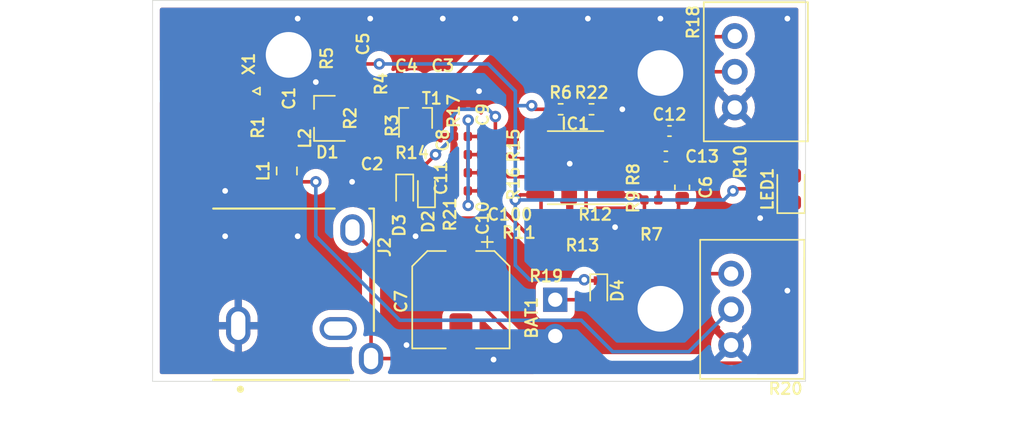
<source format=kicad_pcb>
(kicad_pcb (version 20210126) (generator pcbnew)
  (layers (0 "F.Cu" signal) (31 "B.Cu" signal) (37 "F.SilkS" user "F.Silkscreen") (38 "B.Mask" user) (39 "F.Mask" user) (44 "Edge.Cuts" user))
  (net 0 "")
  (net 1 "GNDA")
  (net 2 "+9V")
  (net 3 "Net-(C1-Pad2)")
  (net 4 "Net-(C1-Pad1)")
  (net 5 "Net-(C2-Pad2)")
  (net 6 "Net-(C2-Pad1)")
  (net 7 "Net-(C3-Pad2)")
  (net 8 "Net-(C3-Pad1)")
  (net 9 "Net-(C6-Pad1)")
  (net 10 "Net-(C7-Pad2)")
  (net 11 "Net-(C7-Pad1)")
  (net 12 "Net-(C9-Pad2)")
  (net 13 "Net-(C10-Pad2)")
  (net 14 "Net-(C10-Pad1)")
  (net 15 "Net-(D2-Pad2)")
  (net 16 "Net-(IC1-Pad5)")
  (net 17 "Net-(IC1-Pad3)")
  (net 18 "Net-(IC1-Pad2)")
  (net 19 "Net-(L1-Pad1)")
  (net 20 "Net-(R2-Pad1)")
  (net 21 "Net-(R19-Pad2)")
  (net 22 "Net-(LED1-Pad2)")
  (net 23 "Net-(R18-Pad2)")
  (net 24 "Net-(C11-Pad1)")
  (net 25 "Net-(L1-Pad2)")
  (net 26 "Net-(BAT1-Pad1)")
  (net 27 "Net-(R8-Pad2)")
  (footprint "Connector_PinHeader_2.54mm:PinHeader_1x02_P2.54mm_Vertical" (layer "F.Cu") (at 124.714 126.365)
    (fp_text reference "BAT1" (at -1.651 1.27 90) (layer "F.SilkS") (effects (font (size 0.8128 0.8128) (thickness 0.1524))))
    (fp_text value "Battery Clip" hide)
    (pad "1" thru_hole rect (at 0 0) (size 1.7 1.7) (drill 1) (layers *.Cu *.Mask) (net 26 "Net-(BAT1-Pad1)"))
    (pad "2" thru_hole oval (at 0 2.54) (size 1.7 1.7) (drill 1) (layers *.Cu *.Mask) (net 1 "GNDA"))
  )
  (footprint "Capacitor_SMD:C_0402_1005Metric" (layer "F.Cu") (at 104.902 112.268 -90)
    (fp_text reference "C1" (at 0 -1.17 -90) (layer "F.SilkS") (effects (font (size 0.8128 0.8128) (thickness 0.1524))))
    (fp_text value "100pF")
    (pad "1" smd roundrect (at -0.485 0 270) (size 0.59 0.64) (layers "F.Cu" "F.Paste" "F.Mask") (net 4 "Net-(C1-Pad1)"))
    (pad "2" smd roundrect (at 0.485 0 270) (size 0.59 0.64) (layers "F.Cu" "F.Paste" "F.Mask") (net 3 "Net-(C1-Pad2)"))
  )
  (footprint "Capacitor_SMD:C_0402_1005Metric" (layer "F.Cu") (at 111.887 115.697 180)
    (fp_text reference "C2" (at 0 -1.17 180) (layer "F.SilkS") (effects (font (size 0.8128 0.8128) (thickness 0.1524))))
    (fp_text value "1nF")
    (pad "1" smd roundrect (at -0.485 0 180) (size 0.59 0.64) (layers "F.Cu" "F.Paste" "F.Mask") (net 6 "Net-(C2-Pad1)"))
    (pad "2" smd roundrect (at 0.485 0 180) (size 0.59 0.64) (layers "F.Cu" "F.Paste" "F.Mask") (net 5 "Net-(C2-Pad2)"))
  )
  (footprint "Capacitor_SMD:C_0402_1005Metric" (layer "F.Cu") (at 116.84 111.125 180)
    (fp_text reference "C3" (at 0 1.143 180) (layer "F.SilkS") (effects (font (size 0.8128 0.8128) (thickness 0.1524))))
    (fp_text value "100nF")
    (pad "1" smd roundrect (at -0.485 0 180) (size 0.59 0.64) (layers "F.Cu" "F.Paste" "F.Mask") (net 8 "Net-(C3-Pad1)"))
    (pad "2" smd roundrect (at 0.485 0 180) (size 0.59 0.64) (layers "F.Cu" "F.Paste" "F.Mask") (net 7 "Net-(C3-Pad2)"))
  )
  (footprint "Capacitor_SMD:C_0402_1005Metric" (layer "F.Cu") (at 114.3 111.125 180)
    (fp_text reference "C4" (at 0 1.143 180) (layer "F.SilkS") (effects (font (size 0.8128 0.8128) (thickness 0.1524))))
    (fp_text value "1nF")
    (pad "1" smd roundrect (at -0.485 0 180) (size 0.59 0.64) (layers "F.Cu" "F.Paste" "F.Mask") (net 7 "Net-(C3-Pad2)"))
    (pad "2" smd roundrect (at 0.485 0 180) (size 0.59 0.64) (layers "F.Cu" "F.Paste" "F.Mask") (net 1 "GNDA"))
  )
  (footprint "Capacitor_SMD:C_0402_1005Metric" (layer "F.Cu") (at 111.125 110.49 -90)
    (fp_text reference "C5" (at -2.032 -0.127 -90) (layer "F.SilkS") (effects (font (size 0.8128 0.8128) (thickness 0.1524))))
    (fp_text value "1nF")
    (pad "1" smd roundrect (at -0.485 0 270) (size 0.59 0.64) (layers "F.Cu" "F.Paste" "F.Mask") (net 2 "+9V"))
    (pad "2" smd roundrect (at 0.485 0 270) (size 0.59 0.64) (layers "F.Cu" "F.Paste" "F.Mask") (net 1 "GNDA"))
  )
  (footprint "Capacitor_SMD:C_0603_1608Metric" (layer "F.Cu") (at 133.604 118.491 90)
    (fp_text reference "C6" (at 0 1.651 90) (layer "F.SilkS") (effects (font (size 0.8128 0.8128) (thickness 0.1524))))
    (fp_text value "47nF")
    (fp_line (start -0.14058 0.51) (end 0.14058 0.51) (layer "F.SilkS") (width 0.12))
    (fp_line (start -0.14058 -0.51) (end 0.14058 -0.51) (layer "F.SilkS") (width 0.12))
    (pad "1" smd roundrect (at -0.775 0 90) (size 0.9 0.95) (layers "F.Cu" "F.Paste" "F.Mask") (net 9 "Net-(C6-Pad1)"))
    (pad "2" smd roundrect (at 0.775 0 90) (size 0.9 0.95) (layers "F.Cu" "F.Paste" "F.Mask") (net 1 "GNDA"))
  )
  (footprint "Capacitor_SMD:CP_Elec_6.3x7.7" (layer "F.Cu") (at 118.11 126.365 -90)
    (fp_text reference "C7" (at 0.127 4.191 -90) (layer "F.SilkS") (effects (font (size 0.8128 0.8128) (thickness 0.1524))))
    (fp_text value "220uF")
    (fp_line (start -3.41 -2.345563) (end -2.345563 -3.41) (layer "F.SilkS") (width 0.12))
    (fp_line (start -2.345563 -3.41) (end 3.41 -3.41) (layer "F.SilkS") (width 0.12))
    (fp_line (start 3.41 -3.41) (end 3.41 -1.06) (layer "F.SilkS") (width 0.12))
    (fp_line (start -3.41 2.345563) (end -2.345563 3.41) (layer "F.SilkS") (width 0.12))
    (fp_line (start -2.345563 3.41) (end 3.41 3.41) (layer "F.SilkS") (width 0.12))
    (fp_line (start 3.41 3.41) (end 3.41 1.06) (layer "F.SilkS") (width 0.12))
    (fp_line (start -4.04375 -2.24125) (end -4.04375 -1.45375) (layer "F.SilkS") (width 0.12))
    (fp_line (start -3.41 -2.345563) (end -3.41 -1.06) (layer "F.SilkS") (width 0.12))
    (fp_line (start -4.4375 -1.8475) (end -3.65 -1.8475) (layer "F.SilkS") (width 0.12))
    (fp_line (start -3.41 2.345563) (end -3.41 1.06) (layer "F.SilkS") (width 0.12))
    (pad "1" smd roundrect (at -2.7 0 270) (size 3.5 1.6) (layers "F.Cu" "F.Paste" "F.Mask") (roundrect_rratio 0.15625) (net 11 "Net-(C7-Pad1)"))
    (pad "2" smd roundrect (at 2.7 0 270) (size 3.5 1.6) (layers "F.Cu" "F.Paste" "F.Mask") (roundrect_rratio 0.15625) (net 10 "Net-(C7-Pad2)"))
  )
  (footprint "Capacitor_SMD:C_0402_1005Metric" (layer "F.Cu") (at 118.11 116.205)
    (fp_text reference "C8" (at -1.27 -1.016 270) (layer "F.SilkS") (effects (font (size 0.8128 0.8128) (thickness 0.1524))))
    (fp_text value "1nF")
    (pad "1" smd roundrect (at -0.485 0) (size 0.59 0.64) (layers "F.Cu" "F.Paste" "F.Mask") (net 1 "GNDA"))
    (pad "2" smd roundrect (at 0.485 0) (size 0.59 0.64) (layers "F.Cu" "F.Paste" "F.Mask") (net 24 "Net-(C11-Pad1)"))
  )
  (footprint "Capacitor_SMD:C_0402_1005Metric" (layer "F.Cu") (at 120.015 114.935)
    (fp_text reference "C9" (at -0.381 -1.524 270) (layer "F.SilkS") (effects (font (size 0.8128 0.8128) (thickness 0.1524))))
    (fp_text value "1nF")
    (pad "1" smd roundrect (at -0.485 0) (size 0.59 0.64) (layers "F.Cu" "F.Paste" "F.Mask") (net 13 "Net-(C10-Pad2)"))
    (pad "2" smd roundrect (at 0.485 0) (size 0.59 0.64) (layers "F.Cu" "F.Paste" "F.Mask") (net 12 "Net-(C9-Pad2)"))
  )
  (footprint "Capacitor_SMD:C_0402_1005Metric" (layer "F.Cu") (at 120.015 118.745 180)
    (fp_text reference "C10" (at 0.381 -1.905 90) (layer "F.SilkS") (effects (font (size 0.8128 0.8128) (thickness 0.1524))))
    (fp_text value "1nF")
    (pad "1" smd roundrect (at -0.485 0 180) (size 0.59 0.64) (layers "F.Cu" "F.Paste" "F.Mask") (net 14 "Net-(C10-Pad1)"))
    (pad "2" smd roundrect (at 0.485 0 180) (size 0.59 0.64) (layers "F.Cu" "F.Paste" "F.Mask") (net 13 "Net-(C10-Pad2)"))
  )
  (footprint "Capacitor_SMD:C_0402_1005Metric" (layer "F.Cu") (at 124.206 120.396)
    (fp_text reference "C100" (at -2.667 0 180) (layer "F.SilkS") (effects (font (size 0.8128 0.8128) (thickness 0.1524))))
    (fp_text value "100nF")
    (pad "1" smd roundrect (at -0.485 0) (size 0.59 0.64) (layers "F.Cu" "F.Paste" "F.Mask") (net 2 "+9V"))
    (pad "2" smd roundrect (at 0.485 0) (size 0.59 0.64) (layers "F.Cu" "F.Paste" "F.Mask") (net 1 "GNDA"))
  )
  (footprint "Diode_SMD:D_SOT-23_ANK" (layer "F.Cu") (at 108.585 113.665 180)
    (fp_text reference "D1" (at -0.1684 -2.3774) (layer "F.SilkS") (effects (font (size 0.8128 0.8128) (thickness 0.1524))))
    (fp_text value "BAT17")
    (fp_line (start 0.76 -1.58) (end -1.4 -1.58) (layer "F.SilkS") (width 0.12))
    (fp_line (start 0.76 1.58) (end -0.7 1.58) (layer "F.SilkS") (width 0.12))
    (fp_line (start 0.76 1.58) (end 0.76 0.65) (layer "F.SilkS") (width 0.12))
    (fp_line (start 0.76 -1.58) (end 0.76 -0.65) (layer "F.SilkS") (width 0.12))
    (pad "" smd rect (at -1 0.95 180) (size 0.9 0.8) (layers "F.Cu" "F.Paste" "F.Mask"))
    (pad "1" smd rect (at 1 0 180) (size 0.9 0.8) (layers "F.Cu" "F.Paste" "F.Mask") (net 3 "Net-(C1-Pad2)"))
    (pad "2" smd rect (at -1 -0.95 180) (size 0.9 0.8) (layers "F.Cu" "F.Paste" "F.Mask") (net 5 "Net-(C2-Pad2)"))
  )
  (footprint "Diode_SMD:D_SOD-523" (layer "F.Cu") (at 115.697 118.745 90)
    (fp_text reference "D2" (at -2.159 0.127 90) (layer "F.SilkS") (effects (font (size 0.8128 0.8128) (thickness 0.1524))))
    (fp_text value "1N914WT")
    (fp_line (start 0.7 0.6) (end -1.15 0.6) (layer "F.SilkS") (width 0.12))
    (fp_line (start 0.7 -0.6) (end -1.15 -0.6) (layer "F.SilkS") (width 0.12))
    (fp_line (start -1.15 -0.6) (end -1.15 0.6) (layer "F.SilkS") (width 0.12))
    (pad "1" smd rect (at -0.7 0 270) (size 0.6 0.7) (layers "F.Cu" "F.Paste" "F.Mask") (net 14 "Net-(C10-Pad1)"))
    (pad "2" smd rect (at 0.7 0 270) (size 0.6 0.7) (layers "F.Cu" "F.Paste" "F.Mask") (net 15 "Net-(D2-Pad2)"))
  )
  (footprint "Diode_SMD:D_SOD-523" (layer "F.Cu") (at 114.173 118.745 -90)
    (fp_text reference "D3" (at 2.413 0.381 90) (layer "F.SilkS") (effects (font (size 0.8128 0.8128) (thickness 0.1524))))
    (fp_text value "1N914WT")
    (fp_line (start 0.7 0.6) (end -1.15 0.6) (layer "F.SilkS") (width 0.12))
    (fp_line (start 0.7 -0.6) (end -1.15 -0.6) (layer "F.SilkS") (width 0.12))
    (fp_line (start -1.15 -0.6) (end -1.15 0.6) (layer "F.SilkS") (width 0.12))
    (pad "1" smd rect (at -0.7 0 90) (size 0.6 0.7) (layers "F.Cu" "F.Paste" "F.Mask") (net 15 "Net-(D2-Pad2)"))
    (pad "2" smd rect (at 0.7 0 90) (size 0.6 0.7) (layers "F.Cu" "F.Paste" "F.Mask") (net 14 "Net-(C10-Pad1)"))
  )
  (footprint "Package_SO:SOIC-8_3.9x4.9mm_P1.27mm" (layer "F.Cu") (at 126.1364 117.1194 180)
    (fp_text reference "IC1" (at 0.0254 3.0734) (layer "F.SilkS") (effects (font (size 0.8128 0.8128) (thickness 0.1524))))
    (fp_text value "LM358")
    (fp_line (start 0 -2.56) (end -3.45 -2.56) (layer "F.SilkS") (width 0.12))
    (fp_line (start 0 2.56) (end -1.95 2.56) (layer "F.SilkS") (width 0.12))
    (fp_line (start 0 -2.56) (end 1.95 -2.56) (layer "F.SilkS") (width 0.12))
    (fp_line (start 0 2.56) (end 1.95 2.56) (layer "F.SilkS") (width 0.12))
    (pad "1" smd roundrect (at -2.475 -1.905 180) (size 1.95 0.6) (layers "F.Cu" "F.Paste" "F.Mask") (net 11 "Net-(C7-Pad1)"))
    (pad "2" smd roundrect (at -2.475 -0.635 180) (size 1.95 0.6) (layers "F.Cu" "F.Paste" "F.Mask") (net 18 "Net-(IC1-Pad2)"))
    (pad "3" smd roundrect (at -2.475 0.635 180) (size 1.95 0.6) (layers "F.Cu" "F.Paste" "F.Mask") (net 17 "Net-(IC1-Pad3)"))
    (pad "4" smd roundrect (at -2.475 1.905 180) (size 1.95 0.6) (layers "F.Cu" "F.Paste" "F.Mask") (net 1 "GNDA"))
    (pad "5" smd roundrect (at 2.475 1.905 180) (size 1.95 0.6) (layers "F.Cu" "F.Paste" "F.Mask") (net 16 "Net-(IC1-Pad5)"))
    (pad "6" smd roundrect (at 2.475 0.635 180) (size 1.95 0.6) (layers "F.Cu" "F.Paste" "F.Mask") (net 12 "Net-(C9-Pad2)"))
    (pad "7" smd roundrect (at 2.475 -0.635 180) (size 1.95 0.6) (layers "F.Cu" "F.Paste" "F.Mask") (net 14 "Net-(C10-Pad1)"))
    (pad "8" smd roundrect (at 2.475 -1.905 180) (size 1.95 0.6) (layers "F.Cu" "F.Paste" "F.Mask") (net 2 "+9V"))
  )
  (footprint "Lumberg_3.5:Lumberg-KLBR_4-0" (layer "F.Cu") (at 104.267 125.984 90)
    (fp_text reference "J2" (at 4.1024 8.5012 270) (layer "F.SilkS") (effects (font (size 0.8128 0.8128) (thickness 0.1524)) (justify right)))
    (fp_text value "KLBR_4")
    (fp_line (start 6 5) (end 6 -3.5) (layer "F.SilkS") (width 0.15))
    (fp_line (start 6 7.75) (end 6 7.425) (layer "F.SilkS") (width 0.15))
    (fp_line (start -2.575 7.75) (end 6 7.75) (layer "F.SilkS") (width 0.15))
    (fp_line (start -6 6) (end -6 -3.5) (layer "F.SilkS") (width 0.15))
    (fp_circle (center -6.65 -1.6) (end -6.525 -1.6) (layer "F.SilkS") (width 0.25) (fill none))
    (pad "B" thru_hole oval (at -2.4 5.25 90) (size 1.6 2.6) (drill oval 1 2) (layers *.Cu *.Mask))
    (pad "R" thru_hole oval (at -4.5 7.55 90) (size 2.2 1.7) (drill oval 1.5 1) (layers *.Cu *.Mask) (net 10 "Net-(C7-Pad2)"))
    (pad "S" thru_hole oval (at -2.2 -1.75 90) (size 2.7 1.7) (drill oval 2 1) (layers *.Cu *.Mask) (net 1 "GNDA"))
    (pad "T" thru_hole oval (at 4.5 6.25 90) (size 2.2 1.7) (drill oval 1.5 1) (layers *.Cu *.Mask) (net 10 "Net-(C7-Pad2)"))
  )
  (footprint "Inductor_SMD:L_0805_2012Metric" (layer "F.Cu") (at 105.918 117.348 90)
    (fp_text reference "L1" (at 0 -1.65 270) (layer "F.SilkS") (effects (font (size 0.8128 0.8128) (thickness 0.1524))))
    (fp_text value "10uH")
    (fp_line (start -0.258578 -0.71) (end 0.258578 -0.71) (layer "F.SilkS") (width 0.12))
    (fp_line (start -0.258578 0.71) (end 0.258578 0.71) (layer "F.SilkS") (width 0.12))
    (pad "1" smd roundrect (at -0.9375 0 90) (size 0.975 1.4) (layers "F.Cu" "F.Paste" "F.Mask") (net 19 "Net-(L1-Pad1)"))
    (pad "2" smd roundrect (at 0.9375 0 90) (size 0.975 1.4) (layers "F.Cu" "F.Paste" "F.Mask") (net 25 "Net-(L1-Pad2)"))
  )
  (footprint "Resistor_SMD:R_0402_1005Metric" (layer "F.Cu") (at 104.902 114.3 -90)
    (fp_text reference "R1" (at 0 1.016 -90) (layer "F.SilkS") (effects (font (size 0.8128 0.8128) (thickness 0.1524))))
    (fp_text value "10K")
    (pad "1" smd roundrect (at -0.485 0 270) (size 0.59 0.64) (layers "F.Cu" "F.Paste" "F.Mask") (net 3 "Net-(C1-Pad2)"))
    (pad "2" smd roundrect (at 0.485 0 270) (size 0.59 0.64) (layers "F.Cu" "F.Paste" "F.Mask") (net 1 "GNDA"))
  )
  (footprint "Resistor_SMD:R_0402_1005Metric" (layer "F.Cu") (at 111.252 114.173 -90)
    (fp_text reference "R2" (at -0.508 0.889 -90) (layer "F.SilkS") (effects (font (size 0.8128 0.8128) (thickness 0.1524))))
    (fp_text value "10M")
    (pad "1" smd roundrect (at -0.485 0 270) (size 0.59 0.64) (layers "F.Cu" "F.Paste" "F.Mask") (net 20 "Net-(R2-Pad1)"))
    (pad "2" smd roundrect (at 0.485 0 270) (size 0.59 0.64) (layers "F.Cu" "F.Paste" "F.Mask") (net 5 "Net-(C2-Pad2)"))
  )
  (footprint "Resistor_SMD:R_0402_1005Metric" (layer "F.Cu") (at 112.395 114.173 -90)
    (fp_text reference "R3" (at 0 -0.889 -90) (layer "F.SilkS") (effects (font (size 0.8128 0.8128) (thickness 0.1524))))
    (fp_text value "10M")
    (pad "1" smd roundrect (at -0.485 0 270) (size 0.59 0.64) (layers "F.Cu" "F.Paste" "F.Mask") (net 7 "Net-(C3-Pad2)"))
    (pad "2" smd roundrect (at 0.485 0 270) (size 0.59 0.64) (layers "F.Cu" "F.Paste" "F.Mask") (net 6 "Net-(C2-Pad1)"))
  )
  (footprint "Resistor_SMD:R_0402_1005Metric" (layer "F.Cu") (at 111.91 112.522)
    (fp_text reference "R4" (at 0.612 -1.27 90) (layer "F.SilkS") (effects (font (size 0.8128 0.8128) (thickness 0.1524))))
    (fp_text value "100K")
    (pad "1" smd roundrect (at -0.485 0) (size 0.59 0.64) (layers "F.Cu" "F.Paste" "F.Mask") (net 20 "Net-(R2-Pad1)"))
    (pad "2" smd roundrect (at 0.485 0) (size 0.59 0.64) (layers "F.Cu" "F.Paste" "F.Mask") (net 7 "Net-(C3-Pad2)"))
  )
  (footprint "Resistor_SMD:R_0402_1005Metric" (layer "F.Cu") (at 109.855 110.49 -90)
    (fp_text reference "R5" (at -1.016 1.143 -90) (layer "F.SilkS") (effects (font (size 0.8128 0.8128) (thickness 0.1524))))
    (fp_text value "100")
    (pad "1" smd roundrect (at -0.485 0 270) (size 0.59 0.64) (layers "F.Cu" "F.Paste" "F.Mask") (net 2 "+9V"))
    (pad "2" smd roundrect (at 0.485 0 270) (size 0.59 0.64) (layers "F.Cu" "F.Paste" "F.Mask") (net 20 "Net-(R2-Pad1)"))
  )
  (footprint "Resistor_SMD:R_0402_1005Metric" (layer "F.Cu") (at 131.445 120.65)
    (fp_text reference "R7" (at 0 1.143) (layer "F.SilkS") (effects (font (size 0.8128 0.8128) (thickness 0.1524))))
    (fp_text value "10")
    (pad "1" smd roundrect (at -0.485 0) (size 0.59 0.64) (layers "F.Cu" "F.Paste" "F.Mask") (net 11 "Net-(C7-Pad1)"))
    (pad "2" smd roundrect (at 0.485 0) (size 0.59 0.64) (layers "F.Cu" "F.Paste" "F.Mask") (net 9 "Net-(C6-Pad1)"))
  )
  (footprint "Resistor_SMD:R_0402_1005Metric" (layer "F.Cu") (at 131.445 117.729)
    (fp_text reference "R8" (at -1.27 -0.127 90) (layer "F.SilkS") (effects (font (size 0.8128 0.8128) (thickness 0.1524))))
    (fp_text value "10K")
    (pad "1" smd roundrect (at -0.485 0) (size 0.59 0.64) (layers "F.Cu" "F.Paste" "F.Mask") (net 18 "Net-(IC1-Pad2)"))
    (pad "2" smd roundrect (at 0.485 0) (size 0.59 0.64) (layers "F.Cu" "F.Paste" "F.Mask") (net 27 "Net-(R8-Pad2)"))
  )
  (footprint "Resistor_SMD:R_0402_1005Metric" (layer "F.Cu") (at 131.445 119.38)
    (fp_text reference "R9" (at -1.27 0.127 90) (layer "F.SilkS") (effects (font (size 0.8128 0.8128) (thickness 0.1524))))
    (fp_text value "220K")
    (pad "1" smd roundrect (at -0.485 0) (size 0.59 0.64) (layers "F.Cu" "F.Paste" "F.Mask") (net 11 "Net-(C7-Pad1)"))
    (pad "2" smd roundrect (at 0.485 0) (size 0.59 0.64) (layers "F.Cu" "F.Paste" "F.Mask") (net 18 "Net-(IC1-Pad2)"))
  )
  (footprint "Potentiometer_THT:Potentiometer_Alps_RK097_Single_Horizontal" (layer "F.Cu") (at 137.287 112.903)
    (fp_text reference "R18" (at -2.921 -5.969 270) (layer "F.SilkS") (effects (font (size 0.8128 0.8128) (thickness 0.1524))))
    (fp_text value "10K")
    (fp_line (start -2.17 -7.37) (end -2.17 2.37) (layer "F.SilkS") (width 0.12))
    (fp_line (start -2.17 -7.37) (end 5.12 -7.37) (layer "F.SilkS") (width 0.12))
    (fp_line (start 5.12 -6.12) (end 5.12 1.12) (layer "F.SilkS") (width 0.12))
    (fp_line (start -2.17 2.37) (end 5.12 2.37) (layer "F.SilkS") (width 0.12))
    (fp_line (start 5.12 -7.37) (end 5.12 2.37) (layer "F.SilkS") (width 0.12))
    (pad "1" thru_hole circle (at 0 0) (size 1.8 1.8) (drill 1) (layers *.Cu *.Mask) (net 1 "GNDA"))
    (pad "2" thru_hole circle (at 0 -2.5) (size 1.8 1.8) (drill 1) (layers *.Cu *.Mask) (net 23 "Net-(R18-Pad2)"))
    (pad "3" thru_hole circle (at 0 -5) (size 1.8 1.8) (drill 1) (layers *.Cu *.Mask) (net 8 "Net-(C3-Pad1)"))
  )
  (footprint "Resistor_SMD:R_0402_1005Metric" (layer "F.Cu") (at 124.206 121.412)
    (fp_text reference "R11" (at -2.032 0.254 180) (layer "F.SilkS") (effects (font (size 0.8128 0.8128) (thickness 0.1524))))
    (fp_text value "100K")
    (pad "1" smd roundrect (at -0.485 0) (size 0.59 0.64) (layers "F.Cu" "F.Paste" "F.Mask") (net 2 "+9V"))
    (pad "2" smd roundrect (at 0.485 0) (size 0.59 0.64) (layers "F.Cu" "F.Paste" "F.Mask") (net 16 "Net-(IC1-Pad5)"))
  )
  (footprint "Resistor_SMD:R_0402_1005Metric" (layer "F.Cu") (at 125.73 120.904 90)
    (fp_text reference "R12" (at 0.508 1.778 180) (layer "F.SilkS") (effects (font (size 0.8128 0.8128) (thickness 0.1524))))
    (fp_text value "100K")
    (pad "1" smd roundrect (at -0.485 0 90) (size 0.59 0.64) (layers "F.Cu" "F.Paste" "F.Mask") (net 16 "Net-(IC1-Pad5)"))
    (pad "2" smd roundrect (at 0.485 0 90) (size 0.59 0.64) (layers "F.Cu" "F.Paste" "F.Mask") (net 1 "GNDA"))
  )
  (footprint "Resistor_SMD:R_0402_1005Metric" (layer "F.Cu") (at 124.229 122.428)
    (fp_text reference "R13" (at 2.39 0.127) (layer "F.SilkS") (effects (font (size 0.8128 0.8128) (thickness 0.1524))))
    (fp_text value "200K")
    (pad "1" smd roundrect (at -0.485 0) (size 0.59 0.64) (layers "F.Cu" "F.Paste" "F.Mask") (net 14 "Net-(C10-Pad1)"))
    (pad "2" smd roundrect (at 0.485 0) (size 0.59 0.64) (layers "F.Cu" "F.Paste" "F.Mask") (net 16 "Net-(IC1-Pad5)"))
  )
  (footprint "Resistor_SMD:R_0402_1005Metric" (layer "F.Cu") (at 114.681 116.84)
    (fp_text reference "R14" (at 0 -0.762) (layer "F.SilkS") (effects (font (size 0.8128 0.8128) (thickness 0.1524))))
    (fp_text value "470K")
    (pad "1" smd roundrect (at -0.485 0) (size 0.59 0.64) (layers "F.Cu" "F.Paste" "F.Mask") (net 15 "Net-(D2-Pad2)"))
    (pad "2" smd roundrect (at 0.485 0) (size 0.59 0.64) (layers "F.Cu" "F.Paste" "F.Mask") (net 12 "Net-(C9-Pad2)"))
  )
  (footprint "Resistor_SMD:R_0402_1005Metric" (layer "F.Cu") (at 120.0056 116.205)
    (fp_text reference "R15" (at 1.7874 -0.635 90) (layer "F.SilkS") (effects (font (size 0.8128 0.8128) (thickness 0.1524))))
    (fp_text value "5.1K")
    (pad "1" smd roundrect (at -0.485 0) (size 0.59 0.64) (layers "F.Cu" "F.Paste" "F.Mask") (net 24 "Net-(C11-Pad1)"))
    (pad "2" smd roundrect (at 0.485 0) (size 0.59 0.64) (layers "F.Cu" "F.Paste" "F.Mask") (net 12 "Net-(C9-Pad2)"))
  )
  (footprint "Resistor_SMD:R_0402_1005Metric" (layer "F.Cu") (at 120.0056 117.475 180)
    (fp_text reference "R16" (at -1.7874 -0.762 270) (layer "F.SilkS") (effects (font (size 0.8128 0.8128) (thickness 0.1524))))
    (fp_text value "5.1K")
    (pad "1" smd roundrect (at -0.485 0 180) (size 0.59 0.64) (layers "F.Cu" "F.Paste" "F.Mask") (net 14 "Net-(C10-Pad1)"))
    (pad "2" smd roundrect (at 0.485 0 180) (size 0.59 0.64) (layers "F.Cu" "F.Paste" "F.Mask") (net 24 "Net-(C11-Pad1)"))
  )
  (footprint "Resistor_SMD:R_0402_1005Metric" (layer "F.Cu") (at 118.11 114.935 180)
    (fp_text reference "R17" (at 0.508 1.778 90) (layer "F.SilkS") (effects (font (size 0.8128 0.8128) (thickness 0.1524))))
    (fp_text value "5.1K")
    (pad "1" smd roundrect (at -0.485 0 180) (size 0.59 0.64) (layers "F.Cu" "F.Paste" "F.Mask") (net 13 "Net-(C10-Pad2)"))
    (pad "2" smd roundrect (at 0.485 0 180) (size 0.59 0.64) (layers "F.Cu" "F.Paste" "F.Mask") (net 1 "GNDA"))
  )
  (footprint "Resistor_SMD:R_0402_1005Metric" (layer "F.Cu") (at 124.206 123.444)
    (fp_text reference "R19" (at -0.127 1.27) (layer "F.SilkS") (effects (font (size 0.8128 0.8128) (thickness 0.1524))))
    (fp_text value "100K")
    (pad "1" smd roundrect (at -0.485 0) (size 0.59 0.64) (layers "F.Cu" "F.Paste" "F.Mask") (net 14 "Net-(C10-Pad1)"))
    (pad "2" smd roundrect (at 0.485 0) (size 0.59 0.64) (layers "F.Cu" "F.Paste" "F.Mask") (net 21 "Net-(R19-Pad2)"))
  )
  (footprint "Potentiometer_THT:Potentiometer_Alps_RK097_Single_Horizontal" (layer "F.Cu") (at 137.033 129.54)
    (fp_text reference "R20" (at 3.81 3.048) (layer "F.SilkS") (effects (font (size 0.8128 0.8128) (thickness 0.1524))))
    (fp_text value "100K")
    (fp_line (start -2.17 2.37) (end 5.12 2.37) (layer "F.SilkS") (width 0.12))
    (fp_line (start 5.12 -7.37) (end 5.12 2.37) (layer "F.SilkS") (width 0.12))
    (fp_line (start 5.12 -6.12) (end 5.12 1.12) (layer "F.SilkS") (width 0.12))
    (fp_line (start -2.17 -7.37) (end 5.12 -7.37) (layer "F.SilkS") (width 0.12))
    (fp_line (start -2.17 -7.37) (end -2.17 2.37) (layer "F.SilkS") (width 0.12))
    (pad "1" thru_hole circle (at 0 0) (size 1.8 1.8) (drill 1) (layers *.Cu *.Mask) (net 1 "GNDA"))
    (pad "2" thru_hole circle (at 0 -2.5) (size 1.8 1.8) (drill 1) (layers *.Cu *.Mask) (net 19 "Net-(L1-Pad1)"))
    (pad "3" thru_hole circle (at 0 -5) (size 1.8 1.8) (drill 1) (layers *.Cu *.Mask) (net 21 "Net-(R19-Pad2)"))
  )
  (footprint "Package_TO_SOT_SMD:SOT-323_SC-70" (layer "F.Cu") (at 114.935 113.665 90)
    (fp_text reference "T1" (at 1.397 1.143 180) (layer "F.SilkS") (effects (font (size 0.8128 0.8128) (thickness 0.1524))))
    (fp_text value "MMST2222A-7-F")
    (fp_line (start 0.73 -1.16) (end 0.73 -0.5) (layer "F.SilkS") (width 0.12))
    (fp_line (start -0.68 1.16) (end 0.73 1.16) (layer "F.SilkS") (width 0.12))
    (fp_line (start 0.73 0.5) (end 0.73 1.16) (layer "F.SilkS") (width 0.12))
    (fp_line (start 0.73 -1.16) (end -1.3 -1.16) (layer "F.SilkS") (width 0.12))
    (pad "1" smd rect (at -1 -0.65) (size 0.45 0.7) (layers "F.Cu" "F.Paste" "F.Mask") (net 6 "Net-(C2-Pad1)"))
    (pad "2" smd rect (at -1 0.65) (size 0.45 0.7) (layers "F.Cu" "F.Paste" "F.Mask") (net 1 "GNDA"))
    (pad "3" smd rect (at 1 0) (size 0.45 0.7) (layers "F.Cu" "F.Paste" "F.Mask") (net 7 "Net-(C3-Pad2)"))
  )
  (footprint "Connector_Coaxial:SMA_Amphenol_132289_EdgeMount" (layer "F.Cu") (at 100.33 111.76 180)
    (fp_text reference "X1" (at -2.921 1.905 90) (layer "F.SilkS") (effects (font (size 0.8128 0.8128) (thickness 0.1524))))
    (fp_text value "AMPHENOL 132289")
    (fp_line (start -3.71 -0.25) (end -3.71 0.25) (layer "F.SilkS") (width 0.12))
    (fp_line (start -3.21 0) (end -3.71 -0.25) (layer "F.SilkS") (width 0.12))
    (fp_line (start -3.71 0.25) (end -3.21 0) (layer "F.SilkS") (width 0.12))
    (pad "1" smd rect (at 0 0 270) (size 1.5 5.08) (layers "F.Cu" "F.Paste" "F.Mask") (net 4 "Net-(C1-Pad1)"))
    (pad "2" smd rect (at 0 4.25 270) (size 1.5 5.08) (layers "B.Cu" "B.Paste" "B.Mask") (net 1 "GNDA"))
    (pad "2" smd rect (at 0 -4.25 270) (size 1.5 5.08) (layers "B.Cu" "B.Paste" "B.Mask") (net 1 "GNDA"))
    (pad "2" smd rect (at 0 -4.25 270) (size 1.5 5.08) (layers "F.Cu" "F.Paste" "F.Mask") (net 1 "GNDA"))
    (pad "2" smd rect (at 0 4.25 270) (size 1.5 5.08) (layers "F.Cu" "F.Paste" "F.Mask") (net 1 "GNDA"))
  )
  (footprint "LED_SMD:LED_0805_2012Metric" (layer "F.Cu") (at 141.224 118.618 90)
    (fp_text reference "LED1" (at 0 -1.65 90) (layer "F.SilkS") (effects (font (size 0.8128 0.8128) (thickness 0.1524))))
    (fp_text value "RED LED")
    (fp_line (start -1.685 -0.96) (end -1.685 0.96) (layer "F.SilkS") (width 0.12))
    (fp_line (start -1.685 0.96) (end 1 0.96) (layer "F.SilkS") (width 0.12))
    (fp_line (start 1 -0.96) (end -1.685 -0.96) (layer "F.SilkS") (width 0.12))
    (pad "1" smd roundrect (at -0.9375 0 90) (size 0.975 1.4) (layers "F.Cu" "F.Paste" "F.Mask") (net 1 "GNDA"))
    (pad "2" smd roundrect (at 0.9375 0 90) (size 0.975 1.4) (layers "F.Cu" "F.Paste" "F.Mask") (net 22 "Net-(LED1-Pad2)"))
  )
  (footprint "Resistor_SMD:R_0402_1005Metric" (layer "F.Cu") (at 138.684 118.11 90)
    (fp_text reference "R10" (at 1.397 -1.016 90) (layer "F.SilkS") (effects (font (size 0.8128 0.8128) (thickness 0.1524))))
    (fp_text value "3k3")
    (pad "1" smd roundrect (at -0.485 0 90) (size 0.59 0.64) (layers "F.Cu" "F.Paste" "F.Mask") (net 2 "+9V"))
    (pad "2" smd roundrect (at 0.485 0 90) (size 0.59 0.64) (layers "F.Cu" "F.Paste" "F.Mask") (net 22 "Net-(LED1-Pad2)"))
  )
  (footprint "Capacitor_SMD:C_0402_1005Metric" (layer "F.Cu") (at 118.11 117.475 180)
    (fp_text reference "C11" (at 1.397 -0.381 270) (layer "F.SilkS") (effects (font (size 0.8128 0.8128) (thickness 0.1524))))
    (fp_text value "1nF")
    (pad "1" smd roundrect (at -0.485 0 180) (size 0.59 0.64) (layers "F.Cu" "F.Paste" "F.Mask") (net 24 "Net-(C11-Pad1)"))
    (pad "2" smd roundrect (at 0.485 0 180) (size 0.59 0.64) (layers "F.Cu" "F.Paste" "F.Mask") (net 1 "GNDA"))
  )
  (footprint "Resistor_SMD:R_0402_1005Metric" (layer "F.Cu") (at 118.11 118.745 180)
    (fp_text reference "R21" (at 0.762 -1.651 270) (layer "F.SilkS") (effects (font (size 0.8128 0.8128) (thickness 0.1524))))
    (fp_text value "5.1K")
    (pad "1" smd roundrect (at -0.485 0 180) (size 0.59 0.64) (layers "F.Cu" "F.Paste" "F.Mask") (net 13 "Net-(C10-Pad2)"))
    (pad "2" smd roundrect (at 0.485 0 180) (size 0.59 0.64) (layers "F.Cu" "F.Paste" "F.Mask") (net 1 "GNDA"))
  )
  (footprint "Resistor_SMD:R_0402_1005Metric" (layer "F.Cu") (at 127.256 113.03)
    (fp_text reference "R22" (at 0 -1.17) (layer "F.SilkS") (effects (font (size 0.8128 0.8128) (thickness 0.1524))))
    (fp_text value "220K")
    (fp_line (start -0.153641 -0.38) (end 0.153641 -0.38) (layer "F.SilkS") (width 0.12))
    (fp_line (start -0.153641 0.38) (end 0.153641 0.38) (layer "F.SilkS") (width 0.12))
    (pad "1" smd roundrect (at -0.51 0) (size 0.54 0.64) (layers "F.Cu" "F.Paste" "F.Mask") (net 17 "Net-(IC1-Pad3)"))
    (pad "2" smd roundrect (at 0.51 0) (size 0.54 0.64) (layers "F.Cu" "F.Paste" "F.Mask") (net 1 "GNDA"))
  )
  (footprint "Inductor_SMD:L_0402_1005Metric" (layer "F.Cu") (at 105.918 114.3 90)
    (fp_text reference "L2" (at -0.762 1.27 90) (layer "F.SilkS") (effects (font (size 0.8128 0.8128) (thickness 0.1524))))
    (fp_text value "39n")
    (pad "1" smd roundrect (at -0.485 0 90) (size 0.59 0.64) (layers "F.Cu" "F.Paste" "F.Mask") (net 25 "Net-(L1-Pad2)"))
    (pad "2" smd roundrect (at 0.485 0 90) (size 0.59 0.64) (layers "F.Cu" "F.Paste" "F.Mask") (net 3 "Net-(C1-Pad2)"))
  )
  (footprint "Capacitor_SMD:C_0402_1005Metric" (layer "F.Cu") (at 132.715 114.554)
    (fp_text reference "C12" (at 0 -1.16) (layer "F.SilkS") (effects (font (size 0.8128 0.8128) (thickness 0.1524))))
    (fp_text value "100nF")
    (fp_line (start -0.107836 0.36) (end 0.107836 0.36) (layer "F.SilkS") (width 0.12))
    (fp_line (start -0.107836 -0.36) (end 0.107836 -0.36) (layer "F.SilkS") (width 0.12))
    (pad "1" smd roundrect (at -0.48 0) (size 0.56 0.62) (layers "F.Cu" "F.Paste" "F.Mask") (net 17 "Net-(IC1-Pad3)"))
    (pad "2" smd roundrect (at 0.48 0) (size 0.56 0.62) (layers "F.Cu" "F.Paste" "F.Mask") (net 23 "Net-(R18-Pad2)"))
  )
  (footprint "Resistor_SMD:R_0402_1005Metric" (layer "F.Cu") (at 125.095 113.03)
    (fp_text reference "R6" (at 0 -1.17) (layer "F.SilkS") (effects (font (size 0.8128 0.8128) (thickness 0.1524))))
    (fp_text value "220K")
    (fp_line (start -0.153641 -0.38) (end 0.153641 -0.38) (layer "F.SilkS") (width 0.12))
    (fp_line (start -0.153641 0.38) (end 0.153641 0.38) (layer "F.SilkS") (width 0.12))
    (pad "1" smd roundrect (at -0.51 0) (size 0.54 0.64) (layers "F.Cu" "F.Paste" "F.Mask") (net 2 "+9V"))
    (pad "2" smd roundrect (at 0.51 0) (size 0.54 0.64) (layers "F.Cu" "F.Paste" "F.Mask") (net 17 "Net-(IC1-Pad3)"))
  )
  (footprint "Capacitor_SMD:C_0402_1005Metric" (layer "F.Cu") (at 132.461 116.332)
    (fp_text reference "C13" (at 2.54 0) (layer "F.SilkS") (effects (font (size 0.8128 0.8128) (thickness 0.1524))))
    (fp_text value "1uF")
    (fp_line (start -0.107836 0.36) (end 0.107836 0.36) (layer "F.SilkS") (width 0.12))
    (fp_line (start -0.107836 -0.36) (end 0.107836 -0.36) (layer "F.SilkS") (width 0.12))
    (pad "1" smd roundrect (at -0.48 0) (size 0.56 0.62) (layers "F.Cu" "F.Paste" "F.Mask") (net 27 "Net-(R8-Pad2)"))
    (pad "2" smd roundrect (at 0.48 0) (size 0.56 0.62) (layers "F.Cu" "F.Paste" "F.Mask") (net 1 "GNDA"))
  )
  (footprint "Diode_SMD:D_SOD-523" (layer "F.Cu") (at 127.762 125.73 -90)
    (fp_text reference "D4" (at 0 -1.3 90) (layer "F.SilkS") (effects (font (size 0.8128 0.8128) (thickness 0.1524))))
    (fp_text value "1N914WT")
    (fp_line (start 0.7 0.6) (end -1.15 0.6) (layer "F.SilkS") (width 0.12))
    (fp_line (start 0.7 -0.6) (end -1.15 -0.6) (layer "F.SilkS") (width 0.12))
    (fp_line (start -1.15 -0.6) (end -1.15 0.6) (layer "F.SilkS") (width 0.12))
    (pad "1" smd rect (at -0.7 0 90) (size 0.6 0.7) (layers "F.Cu" "F.Paste" "F.Mask") (net 2 "+9V"))
    (pad "2" smd rect (at 0.7 0 90) (size 0.6 0.7) (layers "F.Cu" "F.Paste" "F.Mask") (net 26 "Net-(BAT1-Pad1)"))
  )
  (gr_line (start 96.52 105.41) (end 96.52 132.08) (layer "Edge.Cuts") (width 0.05))
  (gr_line (start 142.24 105.41) (end 142.24 132.08) (layer "Edge.Cuts") (width 0.05))
  (gr_line (start 96.52 132.08) (end 142.24 132.08) (layer "Edge.Cuts") (width 0.05))
  (gr_line (start 142.24 105.41) (end 96.52 105.41) (layer "Edge.Cuts") (width 0.05))
  (segment (start 133.591 117.729) (end 133.604 117.716) (width 0.25) (layer "F.Cu") (net 1))
  (via (at 106.045 109.22) (size 4) (drill 3.2) (layers "F.Cu" "B.Cu") (net 1))
  (via (at 140.97 106.68) (size 0.8) (drill 0.4) (layers "F.Cu" "B.Cu") (net 1))
  (via (at 120.396 130.556) (size 0.8) (drill 0.4) (layers "F.Cu" "B.Cu") (net 1))
  (via (at 139.065 120.65) (size 0.8) (drill 0.4) (layers "F.Cu" "B.Cu") (net 1))
  (via (at 121.92 106.68) (size 0.8) (drill 0.4) (layers "F.Cu" "B.Cu") (net 1))
  (via (at 111.76 106.68) (size 0.8) (drill 0.4) (layers "F.Cu" "B.Cu") (net 1))
  (via (at 132.08 110.49) (size 4) (drill 3.2) (layers "F.Cu" "B.Cu") (net 1))
  (via (at 107.95 111.125) (size 0.8) (drill 0.4) (layers "F.Cu" "B.Cu") (net 1))
  (via (at 127 106.68) (size 0.8) (drill 0.4) (layers "F.Cu" "B.Cu") (net 1))
  (via (at 128.905 121.285) (size 0.8) (drill 0.4) (layers "F.Cu" "B.Cu") (net 1))
  (via (at 132.08 127) (size 4) (drill 3.2) (layers "F.Cu" "B.Cu") (net 1))
  (via (at 106.68 106.68) (size 0.8) (drill 0.4) (layers "F.Cu" "B.Cu") (net 1))
  (via (at 101.6 118.745) (size 0.8) (drill 0.4) (layers "F.Cu" "B.Cu") (net 1))
  (via (at 119.38 111.76) (size 0.8) (drill 0.4) (layers "F.Cu" "B.Cu") (net 1))
  (via (at 140.97 125.73) (size 0.8) (drill 0.4) (layers "F.Cu" "B.Cu") (net 1))
  (via (at 114.935 121.92) (size 0.8) (drill 0.4) (layers "F.Cu" "B.Cu") (net 1))
  (via (at 114.3 129.54) (size 0.8) (drill 0.4) (layers "F.Cu" "B.Cu") (net 1))
  (via (at 106.68 121.92) (size 0.8) (drill 0.4) (layers "F.Cu" "B.Cu") (net 1))
  (via (at 116.84 106.68) (size 0.8) (drill 0.4) (layers "F.Cu" "B.Cu") (net 1))
  (via (at 132.08 106.68) (size 0.8) (drill 0.4) (layers "F.Cu" "B.Cu") (net 1))
  (via (at 101.6 121.92) (size 0.8) (drill 0.4) (layers "F.Cu" "B.Cu") (net 1))
  (via (at 125.73 116.84) (size 0.8) (drill 0.4) (layers "F.Cu" "B.Cu") (net 1))
  (via (at 129.413 113.03) (size 0.8) (drill 0.4) (layers "F.Cu" "B.Cu") (net 1))
  (via (at 110.49 118.11) (size 0.8) (drill 0.4) (layers "F.Cu" "B.Cu") (net 1))
  (segment (start 112.395 109.855) (end 111.275 109.855) (width 0.25) (layer "F.Cu") (net 2))
  (segment (start 127.762 125.03) (end 126.808 125.03) (width 0.25) (layer "F.Cu") (net 2))
  (segment (start 123.721 119.084) (end 123.6614 119.0244) (width 0.25) (layer "F.Cu") (net 2))
  (segment (start 123.6614 119.0244) (end 122.2756 119.0244) (width 0.25) (layer "F.Cu") (net 2))
  (segment (start 137.31 118.595) (end 137.16 118.745) (width 0.25) (layer "F.Cu") (net 2))
  (segment (start 111.125 110.005) (end 109.855 110.005) (width 0.25) (layer "F.Cu") (net 2))
  (segment (start 126.808 125.03) (end 126.746 124.968) (width 0.25) (layer "F.Cu") (net 2))
  (segment (start 123.317 113.03) (end 123.063 112.776) (width 0.25) (layer "F.Cu") (net 2))
  (segment (start 138.684 118.595) (end 137.31 118.595) (width 0.25) (layer "F.Cu") (net 2))
  (segment (start 123.721 121.412) (end 123.721 120.396) (width 0.25) (layer "F.Cu") (net 2))
  (segment (start 124.585 113.03) (end 123.317 113.03) (width 0.25) (layer "F.Cu") (net 2))
  (segment (start 123.721 120.396) (end 123.721 119.084) (width 0.25) (layer "F.Cu") (net 2))
  (segment (start 111.275 109.855) (end 111.125 110.005) (width 0.25) (layer "F.Cu") (net 2))
  (segment (start 122.2756 119.0244) (end 121.92 119.38) (width 0.25) (layer "F.Cu") (net 2))
  (via (at 121.92 119.38) (size 0.8) (drill 0.4) (layers "F.Cu" "B.Cu") (net 2))
  (via (at 123.063 112.776) (size 0.8) (drill 0.4) (layers "F.Cu" "B.Cu") (net 2))
  (via (at 137.16 118.745) (size 0.8) (drill 0.4) (layers "F.Cu" "B.Cu") (net 2))
  (via (at 112.395 109.855) (size 0.8) (drill 0.4) (layers "F.Cu" "B.Cu") (net 2))
  (via (at 126.746 124.968) (size 0.8) (drill 0.4) (layers "F.Cu" "B.Cu") (net 2))
  (segment (start 123.063 112.776) (end 121.92 112.776) (width 0.25) (layer "B.Cu") (net 2))
  (segment (start 137.16 118.745) (end 136.525 119.38) (width 0.25) (layer "B.Cu") (net 2))
  (segment (start 120.015 109.855) (end 112.395 109.855) (width 0.25) (layer "B.Cu") (net 2))
  (segment (start 121.92 123.952) (end 121.92 119.38) (width 0.25) (layer "B.Cu") (net 2))
  (segment (start 121.92 112.776) (end 121.92 111.76) (width 0.25) (layer "B.Cu") (net 2))
  (segment (start 122.936 124.968) (end 121.92 123.952) (width 0.25) (layer "B.Cu") (net 2))
  (segment (start 136.525 119.38) (end 121.92 119.38) (width 0.25) (layer "B.Cu") (net 2))
  (segment (start 121.92 111.76) (end 120.015 109.855) (width 0.25) (layer "B.Cu") (net 2))
  (segment (start 121.92 119.38) (end 121.92 112.776) (width 0.25) (layer "B.Cu") (net 2))
  (segment (start 126.746 124.968) (end 122.936 124.968) (width 0.25) (layer "B.Cu") (net 2))
  (segment (start 105.918 113.815) (end 107.435 113.815) (width 0.25) (layer "F.Cu") (net 3))
  (segment (start 107.435 113.815) (end 107.585 113.665) (width 0.25) (layer "F.Cu") (net 3))
  (segment (start 104.902 113.815) (end 105.918 113.815) (width 0.25) (layer "F.Cu") (net 3))
  (segment (start 104.902 112.753) (end 104.902 113.815) (width 0.25) (layer "F.Cu") (net 3))
  (segment (start 100.33 111.76) (end 100.353 111.783) (width 0.25) (layer "F.Cu") (net 4))
  (segment (start 100.353 111.783) (end 104.902 111.783) (width 0.25) (layer "F.Cu") (net 4))
  (segment (start 111.252 114.658) (end 111.252 115.547) (width 0.25) (layer "F.Cu") (net 5))
  (segment (start 111.252 114.658) (end 109.628 114.658) (width 0.25) (layer "F.Cu") (net 5))
  (segment (start 111.252 115.547) (end 111.402 115.697) (width 0.25) (layer "F.Cu") (net 5))
  (segment (start 109.628 114.658) (end 109.585 114.615) (width 0.25) (layer "F.Cu") (net 5))
  (segment (start 112.395 114.658) (end 114.278 114.658) (width 0.25) (layer "F.Cu") (net 6))
  (segment (start 112.372 114.681) (end 112.395 114.658) (width 0.25) (layer "F.Cu") (net 6))
  (segment (start 112.395 115.674) (end 112.372 115.697) (width 0.25) (layer "F.Cu") (net 6))
  (segment (start 114.278 114.658) (end 114.285 114.665) (width 0.25) (layer "F.Cu") (net 6))
  (segment (start 112.395 114.658) (end 112.395 115.674) (width 0.25) (layer "F.Cu") (net 6))
  (segment (start 112.395 112.522) (end 112.395 113.688) (width 0.25) (layer "F.Cu") (net 7))
  (segment (start 114.785 111.125) (end 114.785 112.515) (width 0.25) (layer "F.Cu") (net 7))
  (segment (start 114.935 112.665) (end 114.792 112.522) (width 0.25) (layer "F.Cu") (net 7))
  (segment (start 114.785 112.515) (end 114.935 112.665) (width 0.25) (layer "F.Cu") (net 7))
  (segment (start 114.792 112.522) (end 112.395 112.522) (width 0.25) (layer "F.Cu") (net 7))
  (segment (start 116.355 111.125) (end 114.785 111.125) (width 0.25) (layer "F.Cu") (net 7))
  (segment (start 136.445 107.903) (end 137.287 107.903) (width 0.25) (layer "F.Cu") (net 8))
  (segment (start 136.398 107.95) (end 136.445 107.903) (width 0.25) (layer "F.Cu") (net 8))
  (segment (start 117.325 111.125) (end 120.5 107.95) (width 0.25) (layer "F.Cu") (net 8))
  (segment (start 120.5 107.95) (end 136.398 107.95) (width 0.25) (layer "F.Cu") (net 8))
  (segment (start 131.93 120.65) (end 132.715 120.65) (width 0.25) (layer "F.Cu") (net 9))
  (segment (start 133.35 120.015) (end 133.35 119.52) (width 0.25) (layer "F.Cu") (net 9))
  (segment (start 132.715 120.65) (end 133.35 120.015) (width 0.25) (layer "F.Cu") (net 9))
  (segment (start 133.35 119.52) (end 133.604 119.266) (width 0.25) (layer "F.Cu") (net 9))
  (segment (start 117.041 130.484) (end 118.11 129.415) (width 0.25) (layer "F.Cu") (net 10))
  (segment (start 111.817 122.784) (end 111.817 130.484) (width 0.25) (layer "F.Cu") (net 10))
  (segment (start 110.517 121.484) (end 111.817 122.784) (width 0.25) (layer "F.Cu") (net 10))
  (segment (start 111.817 130.484) (end 117.041 130.484) (width 0.25) (layer "F.Cu") (net 10))
  (segment (start 139.7 129.54) (end 139.7 123.19) (width 0.25) (layer "F.Cu") (net 11))
  (segment (start 128.6114 119.0244) (end 130.6044 119.0244) (width 0.25) (layer "F.Cu") (net 11))
  (segment (start 130.6044 119.0244) (end 130.96 119.38) (width 0.25) (layer "F.Cu") (net 11))
  (segment (start 130.81 121.285) (end 130.81 120.8) (width 0.25) (layer "F.Cu") (net 11))
  (segment (start 138.43 121.92) (end 131.445 121.92) (width 0.25) (layer "F.Cu") (net 11))
  (segment (start 138.43 130.81) (end 139.7 129.54) (width 0.25) (layer "F.Cu") (net 11))
  (segment (start 118.11 123.315) (end 118.11 125.314999) (width 0.25) (layer "F.Cu") (net 11))
  (segment (start 131.445 121.92) (end 130.81 121.285) (width 0.25) (layer "F.Cu") (net 11))
  (segment (start 130.96 119.38) (end 130.96 120.65) (width 0.25) (layer "F.Cu") (net 11))
  (segment (start 139.7 123.19) (end 138.43 121.92) (width 0.25) (layer "F.Cu") (net 11))
  (segment (start 130.81 120.8) (end 130.96 120.65) (width 0.25) (layer "F.Cu") (net 11))
  (segment (start 123.605001 130.81) (end 138.43 130.81) (width 0.25) (layer "F.Cu") (net 11))
  (segment (start 118.11 125.314999) (end 123.605001 130.81) (width 0.25) (layer "F.Cu") (net 11))
  (segment (start 121.412 116.205) (end 121.6914 116.4844) (width 0.25) (layer "F.Cu") (net 12))
  (segment (start 115.166 116.84) (end 115.697 116.84) (width 0.25) (layer "F.Cu") (net 12))
  (segment (start 115.697 116.84) (end 116.332 116.205) (width 0.25) (layer "F.Cu") (net 12))
  (segment (start 120.4906 116.205) (end 121.412 116.205) (width 0.25) (layer "F.Cu") (net 12))
  (segment (start 120.523 114.912) (end 120.5 114.935) (width 0.25) (layer "F.Cu") (net 12))
  (segment (start 120.5 114.935) (end 120.5 116.1956) (width 0.25) (layer "F.Cu") (net 12))
  (segment (start 121.6914 116.4844) (end 123.6614 116.4844) (width 0.25) (layer "F.Cu") (net 12))
  (segment (start 120.523 113.538) (end 120.523 114.912) (width 0.25) (layer "F.Cu") (net 12))
  (segment (start 120.5 116.1956) (end 120.4906 116.205) (width 0.25) (layer "F.Cu") (net 12))
  (via (at 116.332 116.205) (size 0.8) (drill 0.4) (layers "F.Cu" "B.Cu") (net 12))
  (via (at 120.523 113.538) (size 0.8) (drill 0.4) (layers "F.Cu" "B.Cu") (net 12))
  (segment (start 117.475 115.062) (end 117.475 113.538) (width 0.25) (layer "B.Cu") (net 12))
  (segment (start 116.332 116.205) (end 117.475 115.062) (width 0.25) (layer "B.Cu") (net 12))
  (segment (start 117.475 113.538) (end 117.983 113.03) (width 0.25) (layer "B.Cu") (net 12))
  (segment (start 117.983 113.03) (end 120.015 113.03) (width 0.25) (layer "B.Cu") (net 12))
  (segment (start 120.015 113.03) (end 120.523 113.538) (width 0.25) (layer "B.Cu") (net 12))
  (segment (start 118.595 118.745) (end 119.53 118.745) (width 0.25) (layer "F.Cu") (net 13))
  (segment (start 118.618 113.792) (end 118.618 114.912) (width 0.25) (layer "F.Cu") (net 13))
  (segment (start 118.595 114.935) (end 118.595 115.212) (width 0.127) (layer "F.Cu") (net 13))
  (segment (start 118.595 118.745) (end 118.595 119.738) (width 0.25) (layer "F.Cu") (net 13))
  (segment (start 119.53 114.935) (end 118.595 114.935) (width 0.25) (layer "F.Cu") (net 13))
  (segment (start 118.595 119.738) (end 118.618 119.761) (width 0.25) (layer "F.Cu") (net 13))
  (segment (start 118.618 114.912) (end 118.595 114.935) (width 0.25) (layer "F.Cu") (net 13))
  (via (at 118.618 113.792) (size 0.8) (drill 0.4) (layers "F.Cu" "B.Cu") (net 13))
  (via (at 118.618 119.761) (size 0.8) (drill 0.4) (layers "F.Cu" "B.Cu") (net 13))
  (segment (start 118.618 119.761) (end 118.618 113.792) (width 0.25) (layer "B.Cu") (net 13))
  (segment (start 121.4374 117.7544) (end 123.6614 117.7544) (width 0.25) (layer "F.Cu") (net 14))
  (segment (start 116.902 120.65) (end 115.697 119.445) (width 0.25) (layer "F.Cu") (net 14))
  (segment (start 120.5 118.745) (end 120.5 119.53) (width 0.25) (layer "F.Cu") (net 14))
  (segment (start 123.744 123.421) (end 123.721 123.444) (width 0.25) (layer "F.Cu") (net 14))
  (segment (start 120.5 119.53) (end 119.38 120.65) (width 0.25) (layer "F.Cu") (net 14))
  (segment (start 120.5 118.745) (end 120.5 117.4844) (width 0.25) (layer "F.Cu") (net 14))
  (segment (start 114.173 119.445) (end 115.697 119.445) (width 0.25) (layer "F.Cu") (net 14))
  (segment (start 119.38 120.65) (end 116.902 120.65) (width 0.25) (layer "F.Cu") (net 14))
  (segment (start 120.5 117.4844) (end 120.4906 117.475) (width 0.25) (layer "F.Cu") (net 14))
  (segment (start 123.744 122.428) (end 123.744 123.421) (width 0.25) (layer "F.Cu") (net 14))
  (segment (start 123.398 122.428) (end 120.5 119.53) (width 0.25) (layer "F.Cu") (net 14))
  (segment (start 123.744 122.428) (end 123.398 122.428) (width 0.25) (layer "F.Cu") (net 14))
  (segment (start 120.4906 117.475) (end 121.158 117.475) (width 0.25) (layer "F.Cu") (net 14))
  (segment (start 121.158 117.475) (end 121.4374 117.7544) (width 0.25) (layer "F.Cu") (net 14))
  (segment (start 114.173 118.045) (end 115.697 118.045) (width 0.25) (layer "F.Cu") (net 15))
  (segment (start 114.173 116.863) (end 114.196 116.84) (width 0.25) (layer "F.Cu") (net 15))
  (segment (start 114.173 118.045) (end 114.173 116.863) (width 0.25) (layer "F.Cu") (net 15))
  (segment (start 125.603226 115.2144) (end 123.6614 115.2144) (width 0.25) (layer "F.Cu") (net 16))
  (segment (start 124.714 122.428) (end 124.714 121.435) (width 0.25) (layer "F.Cu") (net 16))
  (segment (start 125.73 121.389) (end 126.873 120.246) (width 0.25) (layer "F.Cu") (net 16))
  (segment (start 125.707 121.412) (end 125.73 121.389) (width 0.25) (layer "F.Cu") (net 16))
  (segment (start 126.873 116.484174) (end 125.603226 115.2144) (width 0.25) (layer "F.Cu") (net 16))
  (segment (start 124.714 121.435) (end 124.691 121.412) (width 0.25) (layer "F.Cu") (net 16))
  (segment (start 124.691 121.412) (end 125.707 121.412) (width 0.25) (layer "F.Cu") (net 16))
  (segment (start 126.873 120.246) (end 126.873 116.484174) (width 0.25) (layer "F.Cu") (net 16))
  (segment (start 125.605 113.03) (end 126.746 113.03) (width 0.25) (layer "F.Cu") (net 17))
  (segment (start 127.4064 116.4844) (end 126.746 115.824) (width 0.25) (layer "F.Cu") (net 17))
  (segment (start 131.445 114.554) (end 132.235 114.554) (width 0.25) (layer "F.Cu") (net 17))
  (segment (start 128.6114 116.4844) (end 129.5146 116.4844) (width 0.25) (layer "F.Cu") (net 17))
  (segment (start 129.5146 116.4844) (end 131.445 114.554) (width 0.25) (layer "F.Cu") (net 17))
  (segment (start 128.6114 116.4844) (end 127.4064 116.4844) (width 0.25) (layer "F.Cu") (net 17))
  (segment (start 126.746 115.824) (end 126.746 113.03) (width 0.25) (layer "F.Cu") (net 17))
  (segment (start 131.93 119.38) (end 131.93 118.699) (width 0.25) (layer "F.Cu") (net 18))
  (segment (start 131.93 118.699) (end 130.96 117.729) (width 0.25) (layer "F.Cu") (net 18))
  (segment (start 128.6368 117.729) (end 128.6114 117.7544) (width 0.25) (layer "F.Cu") (net 18))
  (segment (start 130.96 117.729) (end 128.6368 117.729) (width 0.25) (layer "F.Cu") (net 18))
  (segment (start 106.0935 118.11) (end 105.918 118.2855) (width 0.25) (layer "F.Cu") (net 19))
  (segment (start 107.95 118.11) (end 106.0935 118.11) (width 0.25) (layer "F.Cu") (net 19))
  (via (at 107.95 118.11) (size 0.8) (drill 0.4) (layers "F.Cu" "B.Cu") (net 19))
  (segment (start 134.62 129.453) (end 134.533 129.54) (width 0.25) (layer "B.Cu") (net 19))
  (segment (start 107.95 121.92) (end 107.95 118.11) (width 0.25) (layer "B.Cu") (net 19))
  (segment (start 134.065999 130.007001) (end 128.737001 130.007001) (width 0.25) (layer "B.Cu") (net 19))
  (segment (start 134.533 129.54) (end 134.065999 130.007001) (width 0.25) (layer "B.Cu") (net 19))
  (segment (start 128.737001 130.007001) (end 126.532999 127.802999) (width 0.25) (layer "B.Cu") (net 19))
  (segment (start 113.832999 127.802999) (end 107.95 121.92) (width 0.25) (layer "B.Cu") (net 19))
  (segment (start 126.532999 127.802999) (end 113.832999 127.802999) (width 0.25) (layer "B.Cu") (net 19))
  (segment (start 137.033 127.04) (end 134.62 129.453) (width 0.25) (layer "B.Cu") (net 19))
  (segment (start 111.402 112.522) (end 109.855 110.975) (width 0.25) (layer "F.Cu") (net 20))
  (segment (start 111.425 112.522) (end 111.425 113.515) (width 0.25) (layer "F.Cu") (net 20))
  (segment (start 111.425 113.515) (end 111.252 113.688) (width 0.25) (layer "F.Cu") (net 20))
  (segment (start 111.425 112.522) (end 111.402 112.522) (width 0.25) (layer "F.Cu") (net 20))
  (segment (start 134.232038 123.444) (end 135.328038 124.54) (width 0.25) (layer "F.Cu") (net 21))
  (segment (start 135.328038 124.54) (end 137.033 124.54) (width 0.25) (layer "F.Cu") (net 21))
  (segment (start 124.691 123.444) (end 134.232038 123.444) (width 0.25) (layer "F.Cu") (net 21))
  (segment (start 138.716 117.593) (end 138.684 117.625) (width 0.25) (layer "F.Cu") (net 22))
  (segment (start 141.224 117.593) (end 138.716 117.593) (width 0.25) (layer "F.Cu") (net 22))
  (segment (start 133.731 114.554) (end 133.195 114.554) (width 0.25) (layer "F.Cu") (net 23))
  (segment (start 137.287 110.403) (end 135.469 110.403) (width 0.25) (layer "F.Cu") (net 23))
  (segment (start 134.747 113.538) (end 133.731 114.554) (width 0.25) (layer "F.Cu") (net 23))
  (segment (start 135.469 110.403) (end 134.747 111.125) (width 0.25) (layer "F.Cu") (net 23))
  (segment (start 134.747 111.125) (end 134.747 113.538) (width 0.25) (layer "F.Cu") (net 23))
  (segment (start 118.595 116.205) (end 118.595 117.475) (width 0.25) (layer "F.Cu") (net 24))
  (segment (start 119.5206 117.475) (end 118.595 117.475) (width 0.25) (layer "F.Cu") (net 24))
  (segment (start 118.595 116.205) (end 119.5206 116.205) (width 0.25) (layer "F.Cu") (net 24))
  (segment (start 105.918 114.785) (end 105.918 116.4105) (width 0.25) (layer "F.Cu") (net 25))
  (segment (start 127.697 126.365) (end 127.762 126.43) (width 0.25) (layer "F.Cu") (net 26))
  (segment (start 124.714 126.365) (end 127.697 126.365) (width 0.25) (layer "F.Cu") (net 26))
  (segment (start 131.93 116.383) (end 131.981 116.332) (width 0.25) (layer "F.Cu") (net 27))
  (segment (start 131.93 117.729) (end 131.93 116.383) (width 0.25) (layer "F.Cu") (net 27))
  (zone (net 1) (net_name "GNDA") (layer "F.Cu") (connect_pads (clearance 0.508)) (min_thickness 0.254) (fill yes (thermal_gap 0.508) (thermal_bridge_width 0.508))
    (polygon (pts (xy 142.24 132.08) (xy 96.52 132.08) (xy 96.52 105.41) (xy 142.24 105.41)))
  )
  (zone (net 1) (net_name "GNDA") (layer "B.Cu") (connect_pads (clearance 0.508)) (min_thickness 0.254) (fill yes (thermal_gap 0.508) (thermal_bridge_width 0.508))
    (polygon (pts (xy 142.24 132.08) (xy 96.52 132.08) (xy 96.52 105.41) (xy 142.24 105.41)))
  )
)
</source>
